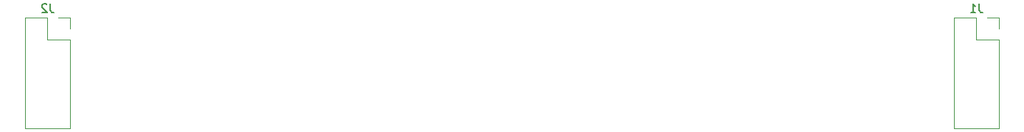
<source format=gbr>
%TF.GenerationSoftware,KiCad,Pcbnew,(6.0.0)*%
%TF.CreationDate,2022-01-22T21:07:16-08:00*%
%TF.ProjectId,nixie_tube_board,6e697869-655f-4747-9562-655f626f6172,rev?*%
%TF.SameCoordinates,Original*%
%TF.FileFunction,Legend,Bot*%
%TF.FilePolarity,Positive*%
%FSLAX46Y46*%
G04 Gerber Fmt 4.6, Leading zero omitted, Abs format (unit mm)*
G04 Created by KiCad (PCBNEW (6.0.0)) date 2022-01-22 21:07:16*
%MOMM*%
%LPD*%
G01*
G04 APERTURE LIST*
%ADD10C,0.150000*%
%ADD11C,0.120000*%
G04 APERTURE END LIST*
D10*
%TO.C,J1*%
X166703333Y-106342380D02*
X166703333Y-107056666D01*
X166750952Y-107199523D01*
X166846190Y-107294761D01*
X166989047Y-107342380D01*
X167084285Y-107342380D01*
X165703333Y-107342380D02*
X166274761Y-107342380D01*
X165989047Y-107342380D02*
X165989047Y-106342380D01*
X166084285Y-106485238D01*
X166179523Y-106580476D01*
X166274761Y-106628095D01*
%TO.C,J2*%
X60023333Y-106342380D02*
X60023333Y-107056666D01*
X60070952Y-107199523D01*
X60166190Y-107294761D01*
X60309047Y-107342380D01*
X60404285Y-107342380D01*
X59594761Y-106437619D02*
X59547142Y-106390000D01*
X59451904Y-106342380D01*
X59213809Y-106342380D01*
X59118571Y-106390000D01*
X59070952Y-106437619D01*
X59023333Y-106532857D01*
X59023333Y-106628095D01*
X59070952Y-106770952D01*
X59642380Y-107342380D01*
X59023333Y-107342380D01*
D11*
%TO.C,J1*%
X168970000Y-110490000D02*
X168970000Y-120710000D01*
X163770000Y-107890000D02*
X163770000Y-120710000D01*
X168970000Y-107890000D02*
X167640000Y-107890000D01*
X168970000Y-109220000D02*
X168970000Y-107890000D01*
X168970000Y-120710000D02*
X163770000Y-120710000D01*
X166370000Y-107890000D02*
X163770000Y-107890000D01*
X166370000Y-110490000D02*
X166370000Y-107890000D01*
X168970000Y-110490000D02*
X166370000Y-110490000D01*
%TO.C,J2*%
X62290000Y-107890000D02*
X60960000Y-107890000D01*
X62290000Y-120710000D02*
X57090000Y-120710000D01*
X59690000Y-110490000D02*
X59690000Y-107890000D01*
X57090000Y-107890000D02*
X57090000Y-120710000D01*
X59690000Y-107890000D02*
X57090000Y-107890000D01*
X62290000Y-110490000D02*
X62290000Y-120710000D01*
X62290000Y-110490000D02*
X59690000Y-110490000D01*
X62290000Y-109220000D02*
X62290000Y-107890000D01*
%TD*%
M02*

</source>
